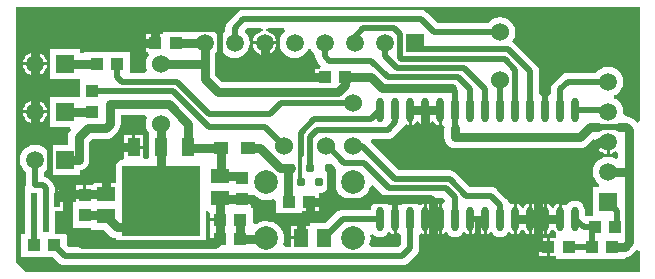
<source format=gbl>
%FSDAX23Y23*%
%MOIN*%
%SFA1B1*%

%IPPOS*%
%ADD10C,0.060000*%
%ADD11R,0.059100X0.059100*%
%ADD12C,0.059100*%
%ADD13C,0.030400*%
%ADD14C,0.078700*%
%ADD15R,0.059100X0.059100*%
%ADD16R,0.043300X0.039400*%
%ADD17O,0.023600X0.080700*%
%ADD18R,0.023600X0.051200*%
%ADD19R,0.043300X0.061000*%
%ADD20R,0.043300X0.061000*%
%ADD21R,0.135800X0.061000*%
%ADD22R,0.059100X0.051200*%
%ADD23R,0.039400X0.043300*%
%ADD24R,0.051200X0.059100*%
%ADD25R,0.045300X0.039400*%
%ADD26C,0.020000*%
%ADD27C,0.030000*%
%ADD28C,0.012000*%
%ADD29R,0.260000X0.235000*%
%LNde-080717-1*%
%LPD*%
G36*
X03784Y02654D02*
X03781Y02648D01*
X03779Y02635*
X03781Y02621*
X03786Y02609*
X03788Y02607*
Y02521*
X03781Y02517*
X03771Y02521*
Y02552*
X03707*
Y02520*
X03700Y02515*
X03698Y02515*
X03692Y02513*
X03685Y02509*
X03681Y02502*
X03679Y02495*
Y02438*
X03650*
Y02402*
X03640*
Y02438*
X03605*
X03604Y02430*
X03580*
Y02398*
X03575*
Y02393*
X03545*
Y02373*
X03535*
Y02289*
X03595*
Y02282*
X03640*
X03657Y02265*
X03664Y02259*
X03673Y02255*
X03680Y02255*
X03681Y02252*
X03685Y02245*
X03692Y02241*
X03700Y02239*
X03960*
X03967Y02241*
X03974Y02245*
X03978Y02252*
X03980Y02260*
Y02344*
X03981Y02345*
X03985Y02345*
X03994Y02336*
Y02320*
X04026*
Y02310*
X03994*
Y02285*
Y02279*
Y02255*
X04026*
Y02245*
X03994*
Y02223*
X03522*
X03515Y02231*
Y02269*
X03476*
Y02344*
X03486Y02345*
X03504*
Y02376*
X03482*
Y02381*
X03477*
Y02416*
X03475*
Y02420*
X03474Y02427*
X03471Y02435*
X03466Y02441*
X03456Y02451*
X03450Y02456*
X03442Y02459*
X03440Y02459*
Y02475*
X03445Y02479*
X03450Y02486*
X03460Y02483*
Y02465*
X03559*
Y02480*
X03564Y02480*
X03572Y02484*
X03580Y02490*
X03585Y02497*
X03589Y02505*
X03590Y02515*
Y02575*
X03599Y02584*
X03645*
X03654Y02585*
X03662Y02589*
X03670Y02595*
X03685Y02610*
X03690Y02617*
X03694Y02625*
X03695Y02635*
Y02664*
X03777*
X03784Y02654*
G37*
G36*
X05425Y02643D02*
X05415Y02639D01*
X05415*
X05405Y02650*
X05397Y02655*
X05389Y02659*
X05380Y02660*
X05377*
X05369Y02670*
X05370Y02675*
X05368Y02687*
X05363Y02700*
X05355Y02710*
X05345Y02718*
X05341Y02719*
Y02730*
X05345Y02731*
X05355Y02739*
X05363Y02750*
X05368Y02762*
X05370Y02775*
X05368Y02787*
X05363Y02800*
X05355Y02810*
X05345Y02818*
X05332Y02823*
X05320Y02825*
X05307Y02823*
X05295Y02818*
X05284Y02810*
X05280Y02805*
X05185*
X05177Y02804*
X05169Y02801*
X05163Y02796*
X05138Y02771*
X05133Y02765*
X05130Y02757*
X05129Y02750*
Y02734*
X05119Y02729*
X05118Y02730*
X05115Y02730*
Y02681*
X05105*
Y02730*
X05101Y02730*
X05100Y02729*
X05090Y02734*
Y02810*
X05089Y02817*
X05086Y02825*
X05081Y02831*
X05006Y02906*
X05000Y02910*
X05003Y02914*
X05008Y02926*
X05010Y02940*
X05008Y02953*
X05003Y02965*
X04995Y02975*
X04985Y02983*
X04973Y02988*
X04960Y02990*
X04946Y02988*
X04934Y02983*
X04924Y02975*
X04920Y02970*
X04752*
X04716Y03005*
X04710Y03010*
X04703Y03013*
X04695Y03014*
X04104*
X04096Y03013*
X04089Y03010*
X04083Y03005*
X04053Y02976*
X04048Y02970*
X04045Y02962*
X04044Y02955*
Y02944*
X04039Y02940*
X04031Y02930*
X04030Y02926*
X04019*
X04018Y02930*
X04010Y02940*
X04000Y02948*
X03987Y02953*
X03975Y02955*
X03962Y02953*
X03950Y02948*
X03939Y02940*
X03920*
Y02944*
X03836*
Y02934*
X03816*
Y02905*
X03811*
Y02900*
X03779*
Y02875*
X03785*
X03790Y02865*
X03786Y02860*
X03781Y02848*
X03779Y02835*
X03781Y02821*
X03784Y02815*
X03777Y02805*
X03725*
Y02874*
X03574*
Y02870*
X03559*
Y02884*
X03460*
Y02785*
X03550*
X03559Y02785*
X03560Y02775*
Y02734*
X03559Y02724*
X03460*
Y02625*
X03527*
X03531Y02616*
X03530Y02615*
X03524Y02607*
X03520Y02599*
X03519Y02590*
Y02564*
X03460*
Y02547*
X03450Y02543*
X03445Y02550*
X03435Y02558*
X03422Y02563*
X03410Y02565*
X03397Y02563*
X03385Y02558*
X03374Y02550*
X03366Y02540*
X03361Y02527*
X03360Y02515*
X03361Y02502*
X03366Y02490*
X03374Y02479*
X03379Y02475*
Y02430*
X03377Y02426*
X03375*
Y02335*
X03377*
Y02269*
X03364*
Y02190*
X03470*
X03488Y02172*
X03494Y02167*
X03502Y02164*
X03509Y02163*
X04633*
X04641Y02164*
X04648Y02167*
X04655Y02172*
X04681Y02198*
X04686Y02204*
X04689Y02212*
X04690Y02220*
Y02265*
X04700Y02270*
X04701Y02269*
X04705Y02269*
Y02318*
Y02368*
X04701Y02368*
X04697Y02365*
X04691Y02364*
X04684Y02367*
X04682Y02370*
X04676Y02375*
X04668Y02378*
X04660Y02379*
X04651Y02378*
X04644Y02375*
X04637Y02370*
X04635Y02367*
X04628Y02364*
X04622Y02365*
X04618Y02368*
X04615Y02368*
Y02318*
Y02269*
X04618Y02269*
X04619Y02270*
X04629Y02265*
Y02232*
X04621Y02223*
X04530*
X04524Y02233*
X04527Y02241*
X04528Y02253*
X04527Y02264*
X04536Y02268*
X04537Y02267*
X04544Y02262*
X04551Y02259*
X04560Y02258*
X04568Y02259*
X04576Y02262*
X04582Y02267*
X04584Y02270*
X04591Y02273*
X04597Y02272*
X04601Y02269*
X04605Y02269*
Y02318*
Y02368*
X04601Y02368*
X04597Y02365*
X04591Y02364*
X04584Y02367*
X04582Y02370*
X04576Y02375*
X04568Y02378*
X04560Y02379*
X04551Y02378*
X04544Y02375*
X04537Y02370*
X04532Y02363*
X04529Y02355*
X04528Y02349*
X04436*
X04428Y02348*
X04421Y02345*
X04414Y02340*
X04379Y02304*
X04326*
Y02294*
X04302*
Y02255*
X04297*
Y02250*
X04262*
Y02223*
X04243*
X04237Y02233*
X04239Y02241*
X04241Y02253*
X04239Y02264*
X04236Y02275*
X04230Y02286*
X04223Y02295*
X04214Y02302*
X04204Y02308*
X04192Y02311*
X04181Y02312*
X04169Y02311*
X04158Y02308*
X04148Y02302*
X04145Y02300*
X04135Y02304*
Y02354*
X04129Y02354*
Y02381*
X04100*
Y02391*
X04129*
Y02393*
X04137Y02397*
X04139Y02397*
X04148Y02390*
X04158Y02384*
X04169Y02381*
X04181Y02380*
X04192Y02381*
X04204Y02384*
X04204Y02385*
X04214Y02379*
Y02335*
X04298*
Y02345*
X04318*
Y02375*
X04323*
Y02380*
X04355*
Y02404*
X04364Y02405*
X04372Y02409*
X04380Y02414*
X04385Y02422*
X04389Y02430*
X04390Y02440*
X04389Y02449*
X04388Y02452*
X04393Y02462*
X04394Y02462*
X04397Y02463*
X04405Y02468*
X04405Y02468*
X04406Y02467*
X04412Y02459*
X04410Y02451*
X04409Y02440*
X04410Y02428*
X04413Y02417*
X04419Y02406*
X04426Y02397*
X04435Y02390*
X04445Y02384*
X04457Y02381*
X04468Y02380*
X04480Y02381*
X04491Y02384*
X04501Y02390*
X04510Y02397*
X04518Y02406*
X04523Y02417*
X04526Y02426*
X04536Y02431*
X04568Y02398*
X04574Y02393*
X04582Y02390*
X04590Y02389*
X04767*
X04775Y02381*
X04775Y02375*
X04773Y02373*
X04765Y02368*
X04765*
Y02318*
Y02269*
X04768Y02269*
X04772Y02272*
X04778Y02273*
X04785Y02270*
X04787Y02267*
X04794Y02262*
X04801Y02259*
X04810Y02258*
X04818Y02259*
X04826Y02262*
X04832Y02267*
X04834Y02270*
X04841Y02273*
X04847Y02272*
X04851Y02269*
X04855Y02269*
Y02318*
X04865*
Y02269*
X04868Y02269*
X04875Y02274*
X04879Y02280*
X04885Y02281*
X04890Y02280*
X04894Y02274*
X04901Y02269*
X04905Y02269*
Y02318*
X04915*
Y02269*
X04918Y02269*
X04922Y02272*
X04928Y02273*
X04935Y02270*
X04937Y02267*
X04944Y02262*
X04951Y02259*
X04960Y02258*
X04968Y02259*
X04976Y02262*
X04982Y02267*
X04984Y02270*
X04991Y02273*
X04997Y02272*
X05001Y02269*
X05005Y02269*
Y02318*
Y02368*
X05001Y02368*
X05000Y02367*
X04989Y02371*
X04989Y02372*
X04986Y02380*
X04981Y02386*
X04951Y02416*
X04945Y02421*
X04937Y02424*
X04930Y02425*
X04860*
X04813Y02471*
X04807Y02476*
X04800Y02479*
X04792Y02480*
X04622*
X04528Y02574*
X04532Y02584*
X04585*
X04592Y02585*
X04600Y02588*
X04606Y02593*
X04631Y02618*
X04636Y02624*
X04638Y02629*
X04646Y02633*
X04649Y02633*
X04651Y02632*
X04655Y02631*
Y02681*
X04665*
Y02631*
X04668Y02632*
X04675Y02636*
X04679Y02642*
X04685Y02643*
X04690Y02642*
X04694Y02636*
X04701Y02632*
X04705Y02631*
Y02681*
X04715*
Y02631*
X04718Y02632*
X04725Y02636*
X04729Y02642*
X04735Y02643*
X04740Y02642*
X04744Y02636*
X04751Y02632*
X04755Y02631*
Y02681*
X04765*
Y02631*
X04766Y02631*
X04772Y02627*
X04775Y02624*
X04774Y02620*
Y02590*
X04775Y02580*
X04779Y02572*
X04785Y02565*
X04792Y02559*
X04800Y02555*
X04810Y02554*
X05225*
X05234Y02555*
X05242Y02559*
X05250Y02565*
X05269Y02584*
X05279Y02581*
X05280Y02580*
X05320*
Y02575*
X05325*
Y02535*
X05330Y02536*
X05339Y02540*
X05344Y02544*
X05354Y02539*
Y02522*
X05345Y02517*
X05345Y02518*
X05332Y02523*
X05320Y02525*
X05307Y02523*
X05295Y02518*
X05284Y02510*
X05276Y02500*
X05271Y02487*
X05270Y02475*
X05271Y02462*
X05276Y02450*
X05284Y02439*
X05291Y02434*
X05288Y02424*
X05270*
Y02329*
X05242*
Y02347*
X05241Y02355*
X05237Y02363*
X05232Y02370*
X05226Y02375*
X05218Y02378*
X05210Y02379*
X05201Y02378*
X05194Y02375*
X05187Y02370*
X05185Y02367*
X05178Y02364*
X05172Y02365*
X05168Y02368*
X05165Y02368*
Y02318*
X05155*
Y02368*
X05151Y02368*
X05144Y02363*
X05140Y02357*
X05135Y02356*
X05129Y02357*
X05125Y02363*
X05118Y02368*
X05115Y02368*
Y02318*
Y02269*
X05118Y02269*
X05125Y02274*
X05129Y02280*
X05135Y02281*
X05140Y02280*
X05144Y02274*
X05145Y02274*
X05146Y02264*
Y02254*
X05126*
Y02225*
Y02195*
X05146*
Y02185*
X05375*
Y02189*
X05384Y02190*
X05392Y02194*
X05400Y02200*
X05415Y02215*
X05415*
X05425Y02211*
Y02140*
X03380*
X03345Y02175*
Y03025*
X05425*
Y02643*
G37*
G36*
X04244Y02944D02*
X04239Y02940D01*
X04231Y02930*
X04226Y02917*
X04225Y02905*
X04226Y02892*
X04231Y02880*
X04239Y02869*
X04250Y02861*
X04262Y02856*
X04275Y02855*
X04287Y02856*
X04300Y02861*
X04310Y02869*
X04318Y02880*
X04319Y02883*
X04330*
X04331Y02880*
X04339Y02869*
X04344Y02865*
Y02860*
X04345Y02852*
X04348Y02844*
X04353Y02838*
X04362Y02829*
X04358Y02819*
X04344*
Y02795*
X04376*
Y02785*
X04344*
Y02775*
X04034*
X04010Y02799*
Y02869*
X04018Y02880*
X04019Y02883*
X04030*
X04031Y02880*
X04039Y02869*
X04050Y02861*
X04062Y02856*
X04075Y02855*
X04087Y02856*
X04100Y02861*
X04110Y02869*
X04118Y02880*
X04123Y02892*
X04125Y02905*
X04123Y02917*
X04118Y02930*
X04110Y02940*
X04109Y02947*
X04117Y02954*
X04161*
X04170Y02951*
X04170Y02944*
X04169Y02944*
X04164Y02943*
X04155Y02939*
X04146Y02933*
X04140Y02924*
X04136Y02915*
X04135Y02910*
X04175*
X04214*
X04213Y02915*
X04209Y02924*
X04203Y02933*
X04194Y02939*
X04185Y02943*
X04180Y02944*
X04179Y02944*
X04180Y02951*
X04188Y02954*
X04241*
X04244Y02944*
G37*
%LNde-080717-2*%
%LPC*%
G36*
X03570Y02430D02*
X03545D01*
Y02403*
X03570*
Y02430*
G37*
G36*
X03504Y02416D02*
X03487D01*
Y02386*
X03504*
Y02416*
G37*
G36*
X03734Y02598D02*
X03707D01*
Y02562*
X03734*
Y02598*
G37*
G36*
X03771D02*
X03744D01*
Y02562*
X03771*
Y02598*
G37*
G36*
X05315Y02570D02*
X05280D01*
X05281Y02564*
X05285Y02555*
X05291Y02546*
X05300Y02540*
X05309Y02536*
X05315Y02535*
Y02570*
G37*
G36*
X05055Y02368D02*
X05051Y02368D01*
X05044Y02363*
X05040Y02357*
X05035Y02356*
X05029Y02357*
X05025Y02363*
X05018Y02368*
X05015Y02368*
Y02318*
Y02269*
X05018Y02269*
X05025Y02274*
X05029Y02280*
X05035Y02281*
X05040Y02280*
X05044Y02274*
X05051Y02269*
X05055Y02269*
Y02318*
Y02368*
G37*
G36*
X04292Y02294D02*
X04262D01*
Y02260*
X04292*
Y02294*
G37*
G36*
X05116Y02254D02*
X05089D01*
Y02230*
X05116*
Y02254*
G37*
G36*
Y02220D02*
X05089D01*
Y02195*
X05116*
Y02220*
G37*
G36*
X04755Y02368D02*
X04751Y02368D01*
X04744Y02363*
X04740Y02357*
X04735Y02356*
X04729Y02357*
X04725Y02363*
X04718Y02368*
X04715Y02368*
Y02318*
Y02269*
X04718Y02269*
X04725Y02274*
X04729Y02280*
X04735Y02281*
X04740Y02280*
X04744Y02274*
X04751Y02269*
X04755Y02269*
Y02318*
Y02368*
G37*
G36*
X05105D02*
X05101Y02368D01*
X05094Y02363*
X05090Y02357*
X05085Y02356*
X05079Y02357*
X05075Y02363*
X05068Y02368*
X05065Y02368*
Y02318*
Y02269*
X05068Y02269*
X05075Y02274*
X05079Y02280*
X05085Y02281*
X05090Y02280*
X05094Y02274*
X05101Y02269*
X05105Y02269*
Y02318*
Y02368*
G37*
G36*
X04355Y02370D02*
X04328D01*
Y02345*
X04355*
Y02370*
G37*
G36*
X03415Y02874D02*
Y02840D01*
X03449*
X03448Y02845*
X03444Y02854*
X03438Y02863*
X03429Y02869*
X03420Y02873*
X03415Y02874*
G37*
G36*
X03405D02*
X03399Y02873D01*
X03390Y02869*
X03381Y02863*
X03375Y02854*
X03371Y02845*
X03370Y02840*
X03405*
Y02874*
G37*
G36*
X03449Y02830D02*
X03415D01*
Y02795*
X03420Y02796*
X03429Y02800*
X03438Y02806*
X03444Y02815*
X03448Y02824*
X03449Y02830*
G37*
G36*
X03806Y02934D02*
X03779D01*
Y02910*
X03806*
Y02934*
G37*
G36*
X03449Y02670D02*
X03415D01*
Y02635*
X03420Y02636*
X03429Y02640*
X03438Y02646*
X03444Y02655*
X03448Y02664*
X03449Y02670*
G37*
G36*
X03405D02*
X03370D01*
X03371Y02664*
X03375Y02655*
X03381Y02646*
X03390Y02640*
X03399Y02636*
X03405Y02635*
Y02670*
G37*
G36*
Y02830D02*
X03370D01*
X03371Y02824*
X03375Y02815*
X03381Y02806*
X03390Y02800*
X03399Y02796*
X03405Y02795*
Y02830*
G37*
G36*
X03415Y02714D02*
Y02680D01*
X03449*
X03448Y02685*
X03444Y02694*
X03438Y02703*
X03429Y02709*
X03420Y02713*
X03415Y02714*
G37*
G36*
X03405D02*
X03399Y02713D01*
X03390Y02709*
X03381Y02703*
X03375Y02694*
X03371Y02685*
X03370Y02680*
X03405*
Y02714*
G37*
G36*
X04214Y02900D02*
X04180D01*
Y02865*
X04185Y02866*
X04194Y02870*
X04203Y02876*
X04209Y02885*
X04213Y02894*
X04214Y02900*
G37*
G36*
X04170D02*
X04135D01*
X04136Y02894*
X04140Y02885*
X04146Y02876*
X04155Y02870*
X04164Y02866*
X04170Y02865*
Y02900*
G37*
%LNde-080717-3*%
%LPD*%
G54D10*
X03830Y02835D03*
Y02635D03*
X04960Y02940D03*
Y02780D03*
X04470Y02705D03*
X04240Y02560D03*
X04470D03*
X04380D03*
G54D11*
X03510Y02515D03*
Y02675D03*
Y02835D03*
X04675Y02905D03*
G54D12*
X03410Y02515D03*
Y02675D03*
Y02835D03*
X05320Y02775D03*
Y02675D03*
Y02575D03*
Y02475D03*
X04575Y02905D03*
X04475D03*
X04375D03*
X04275D03*
X04175D03*
X04075D03*
X03975D03*
G54D13*
X04355Y02440D03*
X04295D03*
X04388Y02487D03*
X04325D03*
X04262D03*
G54D14*
X04468Y02253D03*
X04181D03*
X04468Y02440D03*
X04181D03*
G54D15*
X05320Y02375D03*
G54D16*
X05121Y02225D03*
X05188D03*
X03811Y02905D03*
X03878D03*
X03616Y02835D03*
X03683D03*
X03406Y02230D03*
X03473D03*
X04026Y02250D03*
X04093D03*
Y02315D03*
X04026D03*
X04323Y02375D03*
X04256D03*
X04443Y02790D03*
X04376D03*
X05343Y02290D03*
X05276D03*
X05333Y02225D03*
X05266D03*
G54D17*
X04560Y02681D03*
X04610D03*
X04660D03*
X04710D03*
X04760D03*
X04810D03*
X04860D03*
X04910D03*
X04960D03*
X05010D03*
X05060D03*
X05110D03*
X05160D03*
X05210D03*
X04560Y02318D03*
X04610D03*
X04660D03*
X04710D03*
X04760D03*
X04810D03*
X04860D03*
X04910D03*
X04960D03*
X05010D03*
X05060D03*
X05110D03*
X05160D03*
X05210D03*
G54D18*
X03407Y02381D03*
X03482D03*
X03445Y02298D03*
G54D19*
X03739Y02557D03*
G54D20*
X03830Y02557D03*
X03920D03*
G54D21*
X03830Y02292D03*
G54D22*
X04025Y02387D03*
Y02462D03*
X03645Y02327D03*
Y02402D03*
G54D23*
X03600Y02676D03*
Y02743D03*
X03575Y02331D03*
Y02398D03*
X04100Y02386D03*
Y02453D03*
G54D24*
X04372Y02255D03*
X04297D03*
G54D25*
X04121Y02555D03*
X04028D03*
G54D26*
X04740Y02940D02*
X04960D01*
X04695Y02984D02*
X04740Y02940D01*
X04104Y02984D02*
X04695D01*
X04675Y02905D02*
X04685Y02895D01*
X04690*
X04700Y02885*
X04985*
X04475Y02905D02*
Y02925D01*
X04504Y02954*
X04375Y02860D02*
Y02905D01*
Y02860D02*
X04390Y02845D01*
X04530*
X04585Y02790*
X05110Y02681D02*
Y02775D01*
X04504Y02954D02*
X04605D01*
X04625Y02934*
X05285Y02625D02*
X05355D01*
X04810Y02620D02*
Y02681D01*
X04885Y02225D02*
Y02315D01*
X04881Y02318D02*
X04885Y02315D01*
X04860Y02318D02*
X04881D01*
X04860D02*
X04910D01*
X04792Y02450D02*
X04847Y02395D01*
X04610Y02450D02*
X04792D01*
X04500Y02560D02*
X04610Y02450D01*
X04780Y02420D02*
X04810Y02390D01*
X04590Y02420D02*
X04780D01*
X04505Y02505D02*
X04590Y02420D01*
X04470Y02560D02*
X04500D01*
X04440Y02505D02*
X04505D01*
X04610Y02318D02*
Y02384D01*
X04436Y02318D02*
X04560D01*
X04372Y02255D02*
X04436Y02318D01*
X03410Y02430D02*
X03435D01*
X03445Y02420*
X04025Y02845D02*
X04030Y02840D01*
X04025Y02845D02*
Y02945D01*
X04010Y02959D02*
X04025Y02945D01*
X03460Y02460D02*
X03517Y02402D01*
X03520*
X03460Y02460D02*
Y02570D01*
X03410Y02620D02*
X03460Y02570D01*
X03700Y02775D02*
X03882D01*
X03683Y02791D02*
X03700Y02775D01*
X03683Y02791D02*
Y02835D01*
X03882Y02775D02*
X03988Y02668D01*
X03871Y02743D02*
X03990Y02625D01*
X03600Y02743D02*
X03871D01*
X04810Y02681D02*
Y02745D01*
X04800Y02755D02*
X04810Y02745D01*
X04075Y02905D02*
Y02955D01*
X04104Y02984*
X04960Y02681D02*
Y02780D01*
X04985Y02885D02*
X05060Y02810D01*
Y02681D02*
Y02810D01*
X05010Y02681D02*
Y02815D01*
X04975Y02850D02*
X05010Y02815D01*
X04630Y02850D02*
X04975D01*
X04910Y02681D02*
Y02750D01*
X04840Y02820D02*
X04910Y02750D01*
X04617Y02820D02*
X04840D01*
X04625Y02854D02*
X04630Y02850D01*
X04575Y02862D02*
X04617Y02820D01*
X04820Y02790D02*
X04860Y02750D01*
X04585Y02790D02*
X04820D01*
X04625Y02854D02*
Y02934D01*
X04575Y02862D02*
Y02905D01*
X04860Y02681D02*
Y02750D01*
X04960Y02318D02*
Y02365D01*
X04930Y02395D02*
X04960Y02365D01*
X04847Y02395D02*
X04930D01*
X04380Y02560D02*
X04385D01*
X04440Y02505*
X04810Y02318D02*
Y02390D01*
X04230Y02705D02*
X04470D01*
X04193Y02668D02*
X04230Y02705D01*
X03988Y02668D02*
X04193D01*
X04175Y02625D02*
X04240Y02560D01*
X03990Y02625D02*
X04175D01*
X04340Y02650D02*
X04528D01*
X04295Y02605D02*
X04340Y02650D01*
X04295Y02530D02*
Y02605D01*
X04528Y02650D02*
X04560Y02681D01*
X04610Y02640D02*
Y02681D01*
X04585Y02615D02*
X04610Y02640D01*
X04350Y02615D02*
X04585D01*
X04325Y02590D02*
X04350Y02615D01*
X04325Y02487D02*
Y02590D01*
X05185Y02775D02*
X05320D01*
X05160Y02750D02*
X05185Y02775D01*
X05160Y02681D02*
Y02750D01*
X05210Y02681D02*
X05313D01*
X05320Y02375D02*
X05348Y02346D01*
Y02290D02*
Y02346D01*
X05266Y02275D02*
X05281Y02290D01*
X05266Y02225D02*
Y02275D01*
X05188Y02225D02*
X05266D01*
X05238Y02290D02*
X05281D01*
X05210Y02318D02*
X05238Y02290D01*
X03473Y02230D02*
X03509Y02193D01*
X04633*
X04660Y02220*
Y02318*
X03445Y02308D02*
Y02420D01*
X03410Y02430D02*
Y02515D01*
X03401Y02230D02*
X03407Y02236D01*
Y02391*
G54D27*
X04710Y02681D02*
X04755D01*
X04670D02*
X04710D01*
Y02605D02*
Y02681D01*
Y02605D02*
X04775Y02540D01*
X05255*
X05290Y02575*
X05320*
X05390Y02240D02*
Y02434D01*
Y02614*
X05380Y02625D02*
X05390Y02614D01*
X05355Y02625D02*
X05380D01*
X05260D02*
X05285D01*
X05225Y02590D02*
X05260Y02625D01*
X04810Y02590D02*
X05225D01*
X04810D02*
Y02620D01*
X04885Y02225D02*
X05121D01*
X04610Y02384D02*
X04725D01*
X04529D02*
X04610D01*
X04190Y02325D02*
X04325D01*
X04297Y02255D02*
Y02322D01*
X04395Y02375D02*
X04520D01*
X04323D02*
X04395D01*
X04395Y02375*
Y02480*
X04388Y02487D02*
X04395Y02480D01*
X04745Y02225D02*
X04885D01*
X04735Y02235D02*
X04745Y02225D01*
X04735Y02235D02*
Y02375D01*
X04725Y02384D02*
X04735Y02375D01*
X04520D02*
X04529Y02384D01*
X05085Y02230D02*
Y02318D01*
Y02540*
Y02318D02*
X05110D01*
X05060D02*
X05085D01*
X05110D02*
X05150D01*
X05020D02*
X05060D01*
X04323Y02375D02*
X04325Y02373D01*
Y02325D02*
Y02373D01*
X04128Y02386D02*
X04190Y02325D01*
X04100Y02386D02*
X04128D01*
X04025Y02462D02*
X04091D01*
X04011Y02235D02*
X04026Y02250D01*
X03565Y02235D02*
X04011D01*
X03520Y02280D02*
X03565Y02235D01*
X04175Y02790D02*
Y02905D01*
X04055Y02790D02*
X04376D01*
X04030Y02815D02*
X04055Y02790D01*
X04030Y02815D02*
Y02840D01*
X03814Y02959D02*
X04010D01*
X03811Y02956D02*
X03814Y02959D01*
X03811Y02905D02*
Y02956D01*
X03520Y02402D02*
X03645D01*
X03493D02*
X03517D01*
X03410Y02620D02*
Y02675D01*
X03830Y02557D02*
Y02635D01*
X03975Y02785D02*
Y02905D01*
X03830Y02835D02*
X03970D01*
X03855Y02700D02*
X03920Y02634D01*
X03660Y02700D02*
X03855D01*
X03660Y02635D02*
Y02700D01*
X03555Y02515D02*
Y02590D01*
X03585Y02620*
X03645*
X03660Y02635*
X03510Y02515D02*
X03555D01*
X03920Y02557D02*
Y02634D01*
X03510Y02675D02*
X03598D01*
X03425Y02905D02*
X03811D01*
X03410Y02890D02*
X03425Y02905D01*
X03410Y02835D02*
Y02890D01*
X04026Y02250D02*
Y02386D01*
X03520Y02280D02*
Y02402D01*
X03830Y02292D02*
Y02557D01*
X03878Y02905D02*
X03975D01*
Y02785D02*
X04020Y02740D01*
X04420*
X04443Y02763*
Y02790*
X04565Y02755D02*
X04800D01*
X04530Y02790D02*
X04565Y02755D01*
X04443Y02790D02*
X04530D01*
X04227Y02487D02*
X04262D01*
X04160Y02555D02*
X04227Y02487D01*
X04121Y02555D02*
X04160D01*
X05320Y02475D02*
X05390D01*
X05375Y02225D02*
X05390Y02240D01*
X05333Y02225D02*
X05375D01*
X03645Y02402D02*
Y02515D01*
X03687Y02557*
X03739*
X03645Y02327D02*
X03682Y02290D01*
X03641Y02331D02*
X03645Y02327D01*
X03827Y02290D02*
X03830Y02292D01*
X03682Y02290D02*
X03827D01*
X03575Y02331D02*
X03641D01*
X04093Y02250D02*
X04178D01*
X04093D02*
Y02315D01*
X04026Y02386D02*
X04099D01*
X03920Y02557D02*
X03923Y02555D01*
X04028*
X04025Y02462D02*
X04028Y02466D01*
Y02555*
X03488Y02397D02*
X03493Y02402D01*
X03410Y02675D02*
Y02835D01*
X03510D02*
X03616D01*
X04254Y02375D02*
Y02480D01*
X04262Y02487*
G54D28*
X04293Y02440D02*
Y02528D01*
X04295Y02530*
G54D29*
X03830Y02377D03*
M02*
</source>
